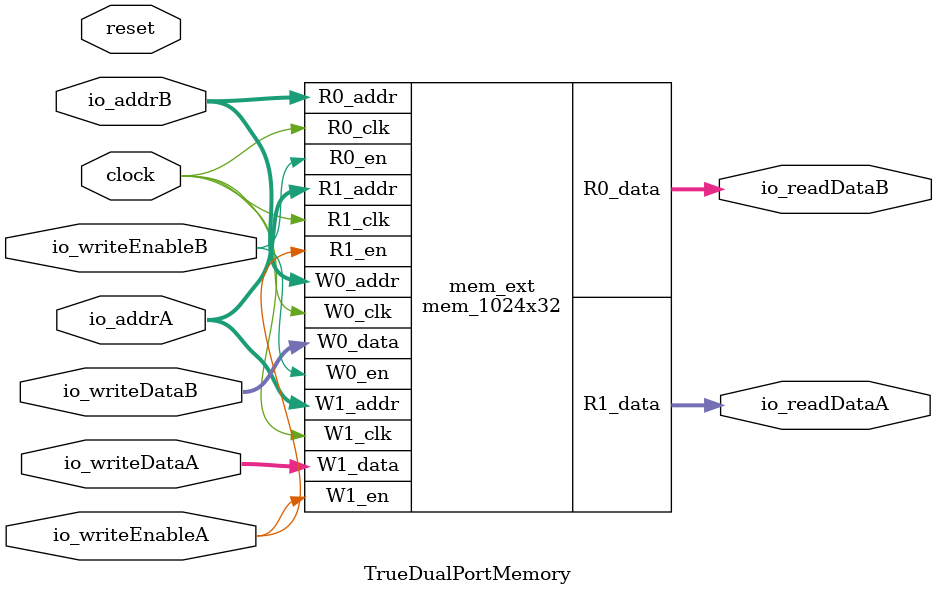
<source format=v>
module mem_1024x32(
  input  [9:0]  R0_addr,
  input         R0_en,
                R0_clk,
  output [31:0] R0_data,
  input  [9:0]  R1_addr,
  input         R1_en,
                R1_clk,
  output [31:0] R1_data,
  input  [9:0]  W0_addr,
  input         W0_en,
                W0_clk,
  input  [31:0] W0_data,
  input  [9:0]  W1_addr,
  input         W1_en,
                W1_clk,
  input  [31:0] W1_data
);

  reg [31:0] Memory[0:1023];
  reg        _R0_en_d0;
  reg [9:0]  _R0_addr_d0;
  always @(posedge R0_clk) begin
    _R0_en_d0 <= R0_en;
    _R0_addr_d0 <= R0_addr;
  end // always @(posedge)
  reg        _R1_en_d0;
  reg [9:0]  _R1_addr_d0;
  always @(posedge R1_clk) begin
    _R1_en_d0 <= R1_en;
    _R1_addr_d0 <= R1_addr;
  end // always @(posedge)
  always @(posedge W0_clk) begin
    if (W0_en & 1'h1)
      Memory[W0_addr] <= W0_data;
    if (W1_en & 1'h1)
      Memory[W1_addr] <= W1_data;
  end // always @(posedge)
  assign R0_data = _R0_en_d0 ? Memory[_R0_addr_d0] : 32'bx;
  assign R1_data = _R1_en_d0 ? Memory[_R1_addr_d0] : 32'bx;
endmodule

module TrueDualPortMemory(
  input         clock,
                reset,
  input  [9:0]  io_addrA,
  input  [31:0] io_writeDataA,
  input         io_writeEnableA,
  output [31:0] io_readDataA,
  input  [9:0]  io_addrB,
  input  [31:0] io_writeDataB,
  input         io_writeEnableB,
  output [31:0] io_readDataB
);

  mem_1024x32 mem_ext (
    .R0_addr (io_addrB),
    .R0_en   (io_writeEnableB),
    .R0_clk  (clock),
    .R0_data (io_readDataB),
    .R1_addr (io_addrA),
    .R1_en   (io_writeEnableA),
    .R1_clk  (clock),
    .R1_data (io_readDataA),
    .W0_addr (io_addrB),
    .W0_en   (io_writeEnableB),
    .W0_clk  (clock),
    .W0_data (io_writeDataB),
    .W1_addr (io_addrA),
    .W1_en   (io_writeEnableA),
    .W1_clk  (clock),
    .W1_data (io_writeDataA)
  );
endmodule


</source>
